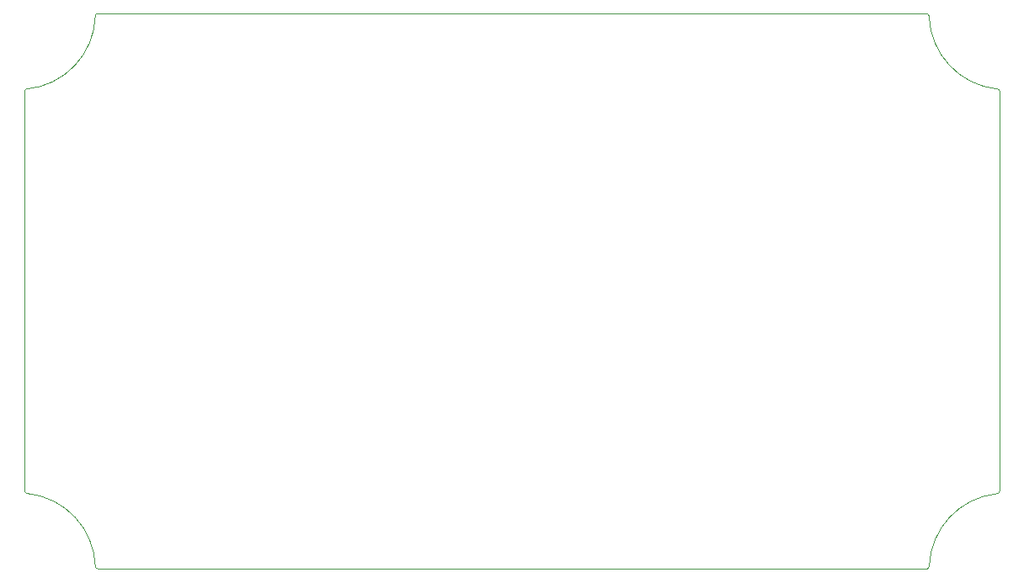
<source format=gm1>
G04 #@! TF.GenerationSoftware,KiCad,Pcbnew,(5.1.6-0)*
G04 #@! TF.CreationDate,2022-05-17T12:15:47+02:00*
G04 #@! TF.ProjectId,ESP32-S3+TFT_Combiner,45535033-322d-4533-932b-5446545f436f,rev?*
G04 #@! TF.SameCoordinates,Original*
G04 #@! TF.FileFunction,Profile,NP*
%FSLAX46Y46*%
G04 Gerber Fmt 4.6, Leading zero omitted, Abs format (unit mm)*
G04 Created by KiCad (PCBNEW (5.1.6-0)) date 2022-05-17 12:15:47*
%MOMM*%
%LPD*%
G01*
G04 APERTURE LIST*
G04 #@! TA.AperFunction,Profile*
%ADD10C,0.050000*%
G04 #@! TD*
G04 APERTURE END LIST*
D10*
X81786196Y-50952399D02*
G75*
G02*
X81940401Y-50774601I179604J-1D01*
G01*
X81800733Y-91221232D02*
X81786196Y-50952399D01*
X82054733Y-91475232D02*
G75*
G02*
X81800733Y-91221232I0J254000D01*
G01*
X172737666Y-98813617D02*
G75*
G02*
X172483780Y-99060000I-253886J7617D01*
G01*
X179830739Y-91211526D02*
G75*
G02*
X179578000Y-91490800I-252739J-25274D01*
G01*
X179603201Y-50768547D02*
G75*
G02*
X179835244Y-51021596I-21957J-253049D01*
G01*
X172466000Y-43180000D02*
G75*
G02*
X172720000Y-43434000I0J-254000D01*
G01*
X88900000Y-43434000D02*
G75*
G02*
X89154000Y-43180000I254000J0D01*
G01*
X89154000Y-99060000D02*
G75*
G02*
X88900000Y-98806000I0J254000D01*
G01*
X179603201Y-50768547D02*
G75*
G02*
X172720000Y-43434000I736799J7588547D01*
G01*
X172736533Y-98813580D02*
G75*
G02*
X179578000Y-91490800I7603467J-246420D01*
G01*
X82054733Y-91475232D02*
G75*
G02*
X88900000Y-98806000I-774733J-7584768D01*
G01*
X88899027Y-43433968D02*
G75*
G02*
X81940400Y-50774600I-7619027J253968D01*
G01*
X172466000Y-43180000D02*
X89154000Y-43180000D01*
X179830739Y-91211526D02*
X179835244Y-51021596D01*
X89154000Y-99060000D02*
X172483780Y-99060000D01*
M02*

</source>
